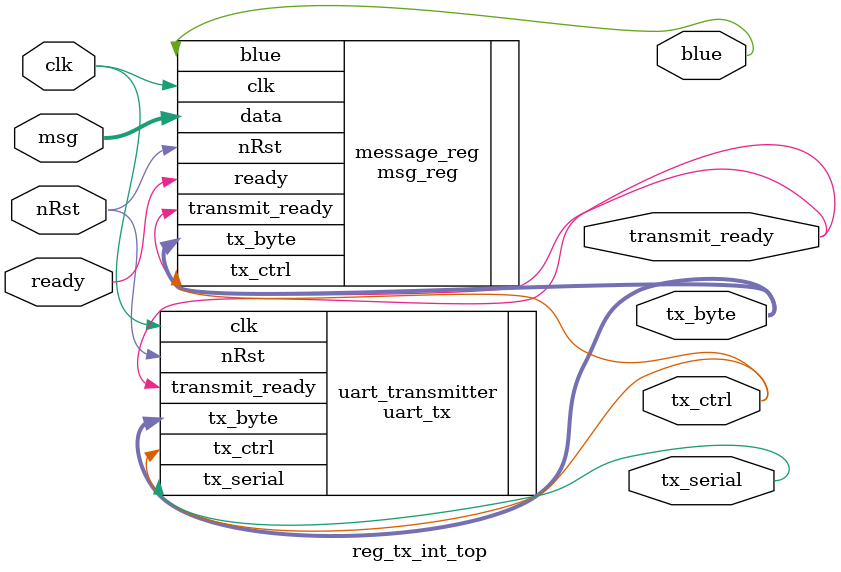
<source format=sv>
module reg_tx_int_top (
    input logic clk, nRst, ready,
    output logic tx_serial,
    output logic transmit_ready, blue, tx_ctrl,
    output logic [7:0] tx_byte,
    input logic [7:0] msg


);

// Testbench ports
localparam CLK_PERIOD = 10; // 100 Hz clk
// logic transmit_readymit_ready, blue, tx_ctrl;
// logic [7:0] msg, tx_byte;

// Portmap
msg_reg message_reg (.clk(clk), .nRst(nRst), .ready(ready), .transmit_ready(transmit_ready), .data(msg), .blue(blue), .tx_ctrl(tx_ctrl), .tx_byte(tx_byte));
uart_tx uart_transmitter (.clk(clk), .nRst(nRst), .tx_ctrl(tx_ctrl), .tx_byte(tx_byte), .transmit_ready(transmit_ready), .tx_serial(tx_serial));

endmodule


</source>
